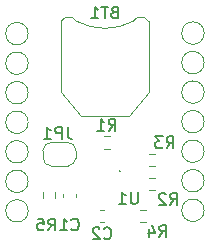
<source format=gbo>
%TF.GenerationSoftware,KiCad,Pcbnew,9.0.7-9.0.7~ubuntu24.04.1*%
%TF.CreationDate,2026-01-03T22:14:33+01:00*%
%TF.ProjectId,rtc_xiao_esp32s3,7274635f-7869-4616-9f5f-657370333273,1.0*%
%TF.SameCoordinates,Original*%
%TF.FileFunction,Legend,Bot*%
%TF.FilePolarity,Positive*%
%FSLAX46Y46*%
G04 Gerber Fmt 4.6, Leading zero omitted, Abs format (unit mm)*
G04 Created by KiCad (PCBNEW 9.0.7-9.0.7~ubuntu24.04.1) date 2026-01-03 22:14:33*
%MOMM*%
%LPD*%
G01*
G04 APERTURE LIST*
%ADD10C,0.150000*%
%ADD11C,0.100000*%
%ADD12C,0.120000*%
G04 APERTURE END LIST*
D10*
X127511904Y-111454819D02*
X127511904Y-112264342D01*
X127511904Y-112264342D02*
X127464285Y-112359580D01*
X127464285Y-112359580D02*
X127416666Y-112407200D01*
X127416666Y-112407200D02*
X127321428Y-112454819D01*
X127321428Y-112454819D02*
X127130952Y-112454819D01*
X127130952Y-112454819D02*
X127035714Y-112407200D01*
X127035714Y-112407200D02*
X126988095Y-112359580D01*
X126988095Y-112359580D02*
X126940476Y-112264342D01*
X126940476Y-112264342D02*
X126940476Y-111454819D01*
X125940476Y-112454819D02*
X126511904Y-112454819D01*
X126226190Y-112454819D02*
X126226190Y-111454819D01*
X126226190Y-111454819D02*
X126321428Y-111597676D01*
X126321428Y-111597676D02*
X126416666Y-111692914D01*
X126416666Y-111692914D02*
X126511904Y-111740533D01*
X125535714Y-96231009D02*
X125392857Y-96278628D01*
X125392857Y-96278628D02*
X125345238Y-96326247D01*
X125345238Y-96326247D02*
X125297619Y-96421485D01*
X125297619Y-96421485D02*
X125297619Y-96564342D01*
X125297619Y-96564342D02*
X125345238Y-96659580D01*
X125345238Y-96659580D02*
X125392857Y-96707200D01*
X125392857Y-96707200D02*
X125488095Y-96754819D01*
X125488095Y-96754819D02*
X125869047Y-96754819D01*
X125869047Y-96754819D02*
X125869047Y-95754819D01*
X125869047Y-95754819D02*
X125535714Y-95754819D01*
X125535714Y-95754819D02*
X125440476Y-95802438D01*
X125440476Y-95802438D02*
X125392857Y-95850057D01*
X125392857Y-95850057D02*
X125345238Y-95945295D01*
X125345238Y-95945295D02*
X125345238Y-96040533D01*
X125345238Y-96040533D02*
X125392857Y-96135771D01*
X125392857Y-96135771D02*
X125440476Y-96183390D01*
X125440476Y-96183390D02*
X125535714Y-96231009D01*
X125535714Y-96231009D02*
X125869047Y-96231009D01*
X125011904Y-95754819D02*
X124440476Y-95754819D01*
X124726190Y-96754819D02*
X124726190Y-95754819D01*
X123583333Y-96754819D02*
X124154761Y-96754819D01*
X123869047Y-96754819D02*
X123869047Y-95754819D01*
X123869047Y-95754819D02*
X123964285Y-95897676D01*
X123964285Y-95897676D02*
X124059523Y-95992914D01*
X124059523Y-95992914D02*
X124154761Y-96040533D01*
X129966666Y-107754819D02*
X130299999Y-107278628D01*
X130538094Y-107754819D02*
X130538094Y-106754819D01*
X130538094Y-106754819D02*
X130157142Y-106754819D01*
X130157142Y-106754819D02*
X130061904Y-106802438D01*
X130061904Y-106802438D02*
X130014285Y-106850057D01*
X130014285Y-106850057D02*
X129966666Y-106945295D01*
X129966666Y-106945295D02*
X129966666Y-107088152D01*
X129966666Y-107088152D02*
X130014285Y-107183390D01*
X130014285Y-107183390D02*
X130061904Y-107231009D01*
X130061904Y-107231009D02*
X130157142Y-107278628D01*
X130157142Y-107278628D02*
X130538094Y-107278628D01*
X129633332Y-106754819D02*
X129014285Y-106754819D01*
X129014285Y-106754819D02*
X129347618Y-107135771D01*
X129347618Y-107135771D02*
X129204761Y-107135771D01*
X129204761Y-107135771D02*
X129109523Y-107183390D01*
X129109523Y-107183390D02*
X129061904Y-107231009D01*
X129061904Y-107231009D02*
X129014285Y-107326247D01*
X129014285Y-107326247D02*
X129014285Y-107564342D01*
X129014285Y-107564342D02*
X129061904Y-107659580D01*
X129061904Y-107659580D02*
X129109523Y-107707200D01*
X129109523Y-107707200D02*
X129204761Y-107754819D01*
X129204761Y-107754819D02*
X129490475Y-107754819D01*
X129490475Y-107754819D02*
X129585713Y-107707200D01*
X129585713Y-107707200D02*
X129633332Y-107659580D01*
X124666666Y-115359580D02*
X124714285Y-115407200D01*
X124714285Y-115407200D02*
X124857142Y-115454819D01*
X124857142Y-115454819D02*
X124952380Y-115454819D01*
X124952380Y-115454819D02*
X125095237Y-115407200D01*
X125095237Y-115407200D02*
X125190475Y-115311961D01*
X125190475Y-115311961D02*
X125238094Y-115216723D01*
X125238094Y-115216723D02*
X125285713Y-115026247D01*
X125285713Y-115026247D02*
X125285713Y-114883390D01*
X125285713Y-114883390D02*
X125238094Y-114692914D01*
X125238094Y-114692914D02*
X125190475Y-114597676D01*
X125190475Y-114597676D02*
X125095237Y-114502438D01*
X125095237Y-114502438D02*
X124952380Y-114454819D01*
X124952380Y-114454819D02*
X124857142Y-114454819D01*
X124857142Y-114454819D02*
X124714285Y-114502438D01*
X124714285Y-114502438D02*
X124666666Y-114550057D01*
X124285713Y-114550057D02*
X124238094Y-114502438D01*
X124238094Y-114502438D02*
X124142856Y-114454819D01*
X124142856Y-114454819D02*
X123904761Y-114454819D01*
X123904761Y-114454819D02*
X123809523Y-114502438D01*
X123809523Y-114502438D02*
X123761904Y-114550057D01*
X123761904Y-114550057D02*
X123714285Y-114645295D01*
X123714285Y-114645295D02*
X123714285Y-114740533D01*
X123714285Y-114740533D02*
X123761904Y-114883390D01*
X123761904Y-114883390D02*
X124333332Y-115454819D01*
X124333332Y-115454819D02*
X123714285Y-115454819D01*
X130266666Y-112554819D02*
X130599999Y-112078628D01*
X130838094Y-112554819D02*
X130838094Y-111554819D01*
X130838094Y-111554819D02*
X130457142Y-111554819D01*
X130457142Y-111554819D02*
X130361904Y-111602438D01*
X130361904Y-111602438D02*
X130314285Y-111650057D01*
X130314285Y-111650057D02*
X130266666Y-111745295D01*
X130266666Y-111745295D02*
X130266666Y-111888152D01*
X130266666Y-111888152D02*
X130314285Y-111983390D01*
X130314285Y-111983390D02*
X130361904Y-112031009D01*
X130361904Y-112031009D02*
X130457142Y-112078628D01*
X130457142Y-112078628D02*
X130838094Y-112078628D01*
X129885713Y-111650057D02*
X129838094Y-111602438D01*
X129838094Y-111602438D02*
X129742856Y-111554819D01*
X129742856Y-111554819D02*
X129504761Y-111554819D01*
X129504761Y-111554819D02*
X129409523Y-111602438D01*
X129409523Y-111602438D02*
X129361904Y-111650057D01*
X129361904Y-111650057D02*
X129314285Y-111745295D01*
X129314285Y-111745295D02*
X129314285Y-111840533D01*
X129314285Y-111840533D02*
X129361904Y-111983390D01*
X129361904Y-111983390D02*
X129933332Y-112554819D01*
X129933332Y-112554819D02*
X129314285Y-112554819D01*
X119966666Y-114704819D02*
X120299999Y-114228628D01*
X120538094Y-114704819D02*
X120538094Y-113704819D01*
X120538094Y-113704819D02*
X120157142Y-113704819D01*
X120157142Y-113704819D02*
X120061904Y-113752438D01*
X120061904Y-113752438D02*
X120014285Y-113800057D01*
X120014285Y-113800057D02*
X119966666Y-113895295D01*
X119966666Y-113895295D02*
X119966666Y-114038152D01*
X119966666Y-114038152D02*
X120014285Y-114133390D01*
X120014285Y-114133390D02*
X120061904Y-114181009D01*
X120061904Y-114181009D02*
X120157142Y-114228628D01*
X120157142Y-114228628D02*
X120538094Y-114228628D01*
X119061904Y-113704819D02*
X119538094Y-113704819D01*
X119538094Y-113704819D02*
X119585713Y-114181009D01*
X119585713Y-114181009D02*
X119538094Y-114133390D01*
X119538094Y-114133390D02*
X119442856Y-114085771D01*
X119442856Y-114085771D02*
X119204761Y-114085771D01*
X119204761Y-114085771D02*
X119109523Y-114133390D01*
X119109523Y-114133390D02*
X119061904Y-114181009D01*
X119061904Y-114181009D02*
X119014285Y-114276247D01*
X119014285Y-114276247D02*
X119014285Y-114514342D01*
X119014285Y-114514342D02*
X119061904Y-114609580D01*
X119061904Y-114609580D02*
X119109523Y-114657200D01*
X119109523Y-114657200D02*
X119204761Y-114704819D01*
X119204761Y-114704819D02*
X119442856Y-114704819D01*
X119442856Y-114704819D02*
X119538094Y-114657200D01*
X119538094Y-114657200D02*
X119585713Y-114609580D01*
X121583333Y-105954819D02*
X121583333Y-106669104D01*
X121583333Y-106669104D02*
X121630952Y-106811961D01*
X121630952Y-106811961D02*
X121726190Y-106907200D01*
X121726190Y-106907200D02*
X121869047Y-106954819D01*
X121869047Y-106954819D02*
X121964285Y-106954819D01*
X121107142Y-106954819D02*
X121107142Y-105954819D01*
X121107142Y-105954819D02*
X120726190Y-105954819D01*
X120726190Y-105954819D02*
X120630952Y-106002438D01*
X120630952Y-106002438D02*
X120583333Y-106050057D01*
X120583333Y-106050057D02*
X120535714Y-106145295D01*
X120535714Y-106145295D02*
X120535714Y-106288152D01*
X120535714Y-106288152D02*
X120583333Y-106383390D01*
X120583333Y-106383390D02*
X120630952Y-106431009D01*
X120630952Y-106431009D02*
X120726190Y-106478628D01*
X120726190Y-106478628D02*
X121107142Y-106478628D01*
X119583333Y-106954819D02*
X120154761Y-106954819D01*
X119869047Y-106954819D02*
X119869047Y-105954819D01*
X119869047Y-105954819D02*
X119964285Y-106097676D01*
X119964285Y-106097676D02*
X120059523Y-106192914D01*
X120059523Y-106192914D02*
X120154761Y-106240533D01*
X125066666Y-106254819D02*
X125399999Y-105778628D01*
X125638094Y-106254819D02*
X125638094Y-105254819D01*
X125638094Y-105254819D02*
X125257142Y-105254819D01*
X125257142Y-105254819D02*
X125161904Y-105302438D01*
X125161904Y-105302438D02*
X125114285Y-105350057D01*
X125114285Y-105350057D02*
X125066666Y-105445295D01*
X125066666Y-105445295D02*
X125066666Y-105588152D01*
X125066666Y-105588152D02*
X125114285Y-105683390D01*
X125114285Y-105683390D02*
X125161904Y-105731009D01*
X125161904Y-105731009D02*
X125257142Y-105778628D01*
X125257142Y-105778628D02*
X125638094Y-105778628D01*
X124114285Y-106254819D02*
X124685713Y-106254819D01*
X124399999Y-106254819D02*
X124399999Y-105254819D01*
X124399999Y-105254819D02*
X124495237Y-105397676D01*
X124495237Y-105397676D02*
X124590475Y-105492914D01*
X124590475Y-105492914D02*
X124685713Y-105540533D01*
X121916666Y-114609580D02*
X121964285Y-114657200D01*
X121964285Y-114657200D02*
X122107142Y-114704819D01*
X122107142Y-114704819D02*
X122202380Y-114704819D01*
X122202380Y-114704819D02*
X122345237Y-114657200D01*
X122345237Y-114657200D02*
X122440475Y-114561961D01*
X122440475Y-114561961D02*
X122488094Y-114466723D01*
X122488094Y-114466723D02*
X122535713Y-114276247D01*
X122535713Y-114276247D02*
X122535713Y-114133390D01*
X122535713Y-114133390D02*
X122488094Y-113942914D01*
X122488094Y-113942914D02*
X122440475Y-113847676D01*
X122440475Y-113847676D02*
X122345237Y-113752438D01*
X122345237Y-113752438D02*
X122202380Y-113704819D01*
X122202380Y-113704819D02*
X122107142Y-113704819D01*
X122107142Y-113704819D02*
X121964285Y-113752438D01*
X121964285Y-113752438D02*
X121916666Y-113800057D01*
X120964285Y-114704819D02*
X121535713Y-114704819D01*
X121249999Y-114704819D02*
X121249999Y-113704819D01*
X121249999Y-113704819D02*
X121345237Y-113847676D01*
X121345237Y-113847676D02*
X121440475Y-113942914D01*
X121440475Y-113942914D02*
X121535713Y-113990533D01*
X129366666Y-115254819D02*
X129699999Y-114778628D01*
X129938094Y-115254819D02*
X129938094Y-114254819D01*
X129938094Y-114254819D02*
X129557142Y-114254819D01*
X129557142Y-114254819D02*
X129461904Y-114302438D01*
X129461904Y-114302438D02*
X129414285Y-114350057D01*
X129414285Y-114350057D02*
X129366666Y-114445295D01*
X129366666Y-114445295D02*
X129366666Y-114588152D01*
X129366666Y-114588152D02*
X129414285Y-114683390D01*
X129414285Y-114683390D02*
X129461904Y-114731009D01*
X129461904Y-114731009D02*
X129557142Y-114778628D01*
X129557142Y-114778628D02*
X129938094Y-114778628D01*
X128509523Y-114588152D02*
X128509523Y-115254819D01*
X128747618Y-114207200D02*
X128985713Y-114921485D01*
X128985713Y-114921485D02*
X128366666Y-114921485D01*
D11*
%TO.C,U1*%
X125950000Y-109670000D02*
G75*
G02*
X126050000Y-109670000I50000J0D01*
G01*
X126050000Y-109670000D02*
G75*
G02*
X125950000Y-109670000I-50000J0D01*
G01*
X125950000Y-109670000D02*
X125950000Y-109670000D01*
X126050000Y-109670000D02*
X126050000Y-109670000D01*
D12*
%TO.C,BT1*%
X121046277Y-97000000D02*
G75*
G02*
X122357373Y-97006028I653723J-400000D01*
G01*
X127150000Y-97000000D02*
G75*
G02*
X122358617Y-97004585I-2400000J4499997D01*
G01*
X127150000Y-97000000D02*
G75*
G02*
X128455648Y-97009327I650000J-400001D01*
G01*
X121050000Y-97000000D02*
X121050000Y-103000000D01*
X122750000Y-105000000D02*
X121050000Y-103000000D01*
X126750000Y-105000000D02*
X122750000Y-105000000D01*
X126750000Y-105000000D02*
X128450000Y-103000000D01*
X128450000Y-97000000D02*
X128450000Y-103000000D01*
%TO.C,J6*%
X133150000Y-113000000D02*
G75*
G02*
X131250000Y-113000000I-950000J0D01*
G01*
X131250000Y-113000000D02*
G75*
G02*
X133150000Y-113000000I950000J0D01*
G01*
%TO.C,J2*%
X118250000Y-108050000D02*
G75*
G02*
X116350000Y-108050000I-950000J0D01*
G01*
X116350000Y-108050000D02*
G75*
G02*
X118250000Y-108050000I950000J0D01*
G01*
X133150000Y-110500000D02*
G75*
G02*
X131250000Y-110500000I-950000J0D01*
G01*
X131250000Y-110500000D02*
G75*
G02*
X133150000Y-110500000I950000J0D01*
G01*
%TO.C,R3*%
X129004724Y-108227500D02*
X128495276Y-108227500D01*
X129004724Y-109272500D02*
X128495276Y-109272500D01*
%TO.C,J2*%
X118250000Y-105550000D02*
G75*
G02*
X116350000Y-105550000I-950000J0D01*
G01*
X116350000Y-105550000D02*
G75*
G02*
X118250000Y-105550000I950000J0D01*
G01*
%TO.C,C2*%
X124353733Y-114010000D02*
X124646267Y-114010000D01*
X124353733Y-112990000D02*
X124646267Y-112990000D01*
%TO.C,R2*%
X129004724Y-110227500D02*
X128495276Y-110227500D01*
X129004724Y-111272500D02*
X128495276Y-111272500D01*
%TO.C,J3*%
X133150000Y-100500000D02*
G75*
G02*
X131250000Y-100500000I-950000J0D01*
G01*
X131250000Y-100500000D02*
G75*
G02*
X133150000Y-100500000I950000J0D01*
G01*
%TO.C,J2*%
X133150000Y-98000000D02*
G75*
G02*
X131250000Y-98000000I-950000J0D01*
G01*
X131250000Y-98000000D02*
G75*
G02*
X133150000Y-98000000I950000J0D01*
G01*
%TO.C,R5*%
X120522500Y-112004724D02*
X120522500Y-111495276D01*
X119477500Y-112004724D02*
X119477500Y-111495276D01*
%TO.C,J2*%
X118250000Y-110550000D02*
G75*
G02*
X116350000Y-110550000I-950000J0D01*
G01*
X116350000Y-110550000D02*
G75*
G02*
X118250000Y-110550000I950000J0D01*
G01*
X118250000Y-103050000D02*
G75*
G02*
X116350000Y-103050000I-950000J0D01*
G01*
X116350000Y-103050000D02*
G75*
G02*
X118250000Y-103050000I950000J0D01*
G01*
%TO.C,JP1*%
X122300000Y-108550000D02*
X122300000Y-107950000D01*
X121600000Y-107250000D02*
X120200000Y-107250000D01*
X120200000Y-109250000D02*
X121600000Y-109250000D01*
X119500000Y-107950000D02*
X119500000Y-108550000D01*
X121600000Y-107250000D02*
G75*
G02*
X122300000Y-107950000I1J-699999D01*
G01*
X122300000Y-108550000D02*
G75*
G02*
X121600000Y-109250000I-699999J-1D01*
G01*
X119500000Y-107950000D02*
G75*
G02*
X120200000Y-107250000I700000J0D01*
G01*
X120200000Y-109250000D02*
G75*
G02*
X119500000Y-108550000I0J700000D01*
G01*
%TO.C,R1*%
X124657776Y-107772500D02*
X125167224Y-107772500D01*
X124657776Y-106727500D02*
X125167224Y-106727500D01*
%TO.C,J2*%
X118250000Y-100550000D02*
G75*
G02*
X116350000Y-100550000I-950000J0D01*
G01*
X116350000Y-100550000D02*
G75*
G02*
X118250000Y-100550000I950000J0D01*
G01*
X133150000Y-108000000D02*
G75*
G02*
X131250000Y-108000000I-950000J0D01*
G01*
X131250000Y-108000000D02*
G75*
G02*
X133150000Y-108000000I950000J0D01*
G01*
%TO.C,J1*%
X118250000Y-113050000D02*
G75*
G02*
X116350000Y-113050000I-950000J0D01*
G01*
X116350000Y-113050000D02*
G75*
G02*
X118250000Y-113050000I950000J0D01*
G01*
%TO.C,C1*%
X122260000Y-111896267D02*
X122260000Y-111603733D01*
X121240000Y-111896267D02*
X121240000Y-111603733D01*
%TO.C,J2*%
X118250000Y-98050000D02*
G75*
G02*
X116350000Y-98050000I-950000J0D01*
G01*
X116350000Y-98050000D02*
G75*
G02*
X118250000Y-98050000I950000J0D01*
G01*
%TO.C,J5*%
X133150000Y-105500000D02*
G75*
G02*
X131250000Y-105500000I-950000J0D01*
G01*
X131250000Y-105500000D02*
G75*
G02*
X133150000Y-105500000I950000J0D01*
G01*
%TO.C,R4*%
X127745276Y-114022500D02*
X128254724Y-114022500D01*
X127745276Y-112977500D02*
X128254724Y-112977500D01*
%TO.C,J4*%
X133150000Y-103000000D02*
G75*
G02*
X131250000Y-103000000I-950000J0D01*
G01*
X131250000Y-103000000D02*
G75*
G02*
X133150000Y-103000000I950000J0D01*
G01*
%TD*%
%LPC*%
G36*
X123940730Y-113025642D02*
G01*
X123990412Y-113031406D01*
X124007389Y-113038902D01*
X124028387Y-113043079D01*
X124050867Y-113058099D01*
X124071326Y-113067133D01*
X124085298Y-113081105D01*
X124105438Y-113094562D01*
X124118894Y-113114701D01*
X124132866Y-113128673D01*
X124141899Y-113149130D01*
X124156921Y-113171613D01*
X124161098Y-113192611D01*
X124168592Y-113209584D01*
X124174353Y-113259247D01*
X124175000Y-113262500D01*
X124175000Y-113737500D01*
X124174354Y-113740742D01*
X124168593Y-113790412D01*
X124161098Y-113807385D01*
X124156921Y-113828387D01*
X124141897Y-113850871D01*
X124132866Y-113871326D01*
X124118896Y-113885295D01*
X124105438Y-113905438D01*
X124085295Y-113918896D01*
X124071326Y-113932866D01*
X124050871Y-113941897D01*
X124028387Y-113956921D01*
X124007386Y-113961098D01*
X123990415Y-113968592D01*
X123940753Y-113974352D01*
X123937500Y-113975000D01*
X123337500Y-113975000D01*
X123334258Y-113974355D01*
X123284587Y-113968593D01*
X123267613Y-113961098D01*
X123246613Y-113956921D01*
X123224130Y-113941898D01*
X123203673Y-113932866D01*
X123189701Y-113918894D01*
X123169562Y-113905438D01*
X123156105Y-113885298D01*
X123142133Y-113871326D01*
X123133099Y-113850866D01*
X123118079Y-113828387D01*
X123113902Y-113807390D01*
X123106407Y-113790415D01*
X123100644Y-113740741D01*
X123100000Y-113737500D01*
X123100000Y-113262500D01*
X123100642Y-113259270D01*
X123106406Y-113209587D01*
X123113902Y-113192608D01*
X123118079Y-113171613D01*
X123133098Y-113149134D01*
X123142133Y-113128673D01*
X123156107Y-113114698D01*
X123169562Y-113094562D01*
X123189698Y-113081107D01*
X123203673Y-113067133D01*
X123224135Y-113058098D01*
X123246613Y-113043079D01*
X123267607Y-113038902D01*
X123284584Y-113031407D01*
X123334259Y-113025644D01*
X123337500Y-113025000D01*
X123937500Y-113025000D01*
X123940730Y-113025642D01*
G37*
G36*
X125665730Y-113025642D02*
G01*
X125715412Y-113031406D01*
X125732389Y-113038902D01*
X125753387Y-113043079D01*
X125775867Y-113058099D01*
X125796326Y-113067133D01*
X125810298Y-113081105D01*
X125830438Y-113094562D01*
X125843894Y-113114701D01*
X125857866Y-113128673D01*
X125866899Y-113149130D01*
X125881921Y-113171613D01*
X125886098Y-113192611D01*
X125893592Y-113209584D01*
X125899353Y-113259247D01*
X125900000Y-113262500D01*
X125900000Y-113737500D01*
X125899354Y-113740742D01*
X125893593Y-113790412D01*
X125886098Y-113807385D01*
X125881921Y-113828387D01*
X125866897Y-113850871D01*
X125857866Y-113871326D01*
X125843896Y-113885295D01*
X125830438Y-113905438D01*
X125810295Y-113918896D01*
X125796326Y-113932866D01*
X125775871Y-113941897D01*
X125753387Y-113956921D01*
X125732386Y-113961098D01*
X125715415Y-113968592D01*
X125665753Y-113974352D01*
X125662500Y-113975000D01*
X125062500Y-113975000D01*
X125059258Y-113974355D01*
X125009587Y-113968593D01*
X124992613Y-113961098D01*
X124971613Y-113956921D01*
X124949130Y-113941898D01*
X124928673Y-113932866D01*
X124914701Y-113918894D01*
X124894562Y-113905438D01*
X124881105Y-113885298D01*
X124867133Y-113871326D01*
X124858099Y-113850866D01*
X124843079Y-113828387D01*
X124838902Y-113807390D01*
X124831407Y-113790415D01*
X124825644Y-113740741D01*
X124825000Y-113737500D01*
X124825000Y-113262500D01*
X124825642Y-113259270D01*
X124831406Y-113209587D01*
X124838902Y-113192608D01*
X124843079Y-113171613D01*
X124858098Y-113149134D01*
X124867133Y-113128673D01*
X124881107Y-113114698D01*
X124894562Y-113094562D01*
X124914698Y-113081107D01*
X124928673Y-113067133D01*
X124949135Y-113058098D01*
X124971613Y-113043079D01*
X124992607Y-113038902D01*
X125009584Y-113031407D01*
X125059259Y-113025644D01*
X125062500Y-113025000D01*
X125662500Y-113025000D01*
X125665730Y-113025642D01*
G37*
G36*
X127340730Y-113025642D02*
G01*
X127390412Y-113031406D01*
X127407389Y-113038902D01*
X127428387Y-113043079D01*
X127450867Y-113058099D01*
X127471326Y-113067133D01*
X127485298Y-113081105D01*
X127505438Y-113094562D01*
X127518894Y-113114701D01*
X127532866Y-113128673D01*
X127541899Y-113149130D01*
X127556921Y-113171613D01*
X127561098Y-113192611D01*
X127568592Y-113209584D01*
X127574353Y-113259247D01*
X127575000Y-113262500D01*
X127575000Y-113737500D01*
X127574354Y-113740742D01*
X127568593Y-113790412D01*
X127561098Y-113807385D01*
X127556921Y-113828387D01*
X127541897Y-113850871D01*
X127532866Y-113871326D01*
X127518896Y-113885295D01*
X127505438Y-113905438D01*
X127485295Y-113918896D01*
X127471326Y-113932866D01*
X127450871Y-113941897D01*
X127428387Y-113956921D01*
X127407386Y-113961098D01*
X127390415Y-113968592D01*
X127340753Y-113974352D01*
X127337500Y-113975000D01*
X126837500Y-113975000D01*
X126834258Y-113974355D01*
X126784587Y-113968593D01*
X126767613Y-113961098D01*
X126746613Y-113956921D01*
X126724130Y-113941898D01*
X126703673Y-113932866D01*
X126689701Y-113918894D01*
X126669562Y-113905438D01*
X126656105Y-113885298D01*
X126642133Y-113871326D01*
X126633099Y-113850866D01*
X126618079Y-113828387D01*
X126613902Y-113807390D01*
X126606407Y-113790415D01*
X126600644Y-113740741D01*
X126600000Y-113737500D01*
X126600000Y-113262500D01*
X126600642Y-113259270D01*
X126606406Y-113209587D01*
X126613902Y-113192608D01*
X126618079Y-113171613D01*
X126633098Y-113149134D01*
X126642133Y-113128673D01*
X126656107Y-113114698D01*
X126669562Y-113094562D01*
X126689698Y-113081107D01*
X126703673Y-113067133D01*
X126724135Y-113058098D01*
X126746613Y-113043079D01*
X126767607Y-113038902D01*
X126784584Y-113031407D01*
X126834259Y-113025644D01*
X126837500Y-113025000D01*
X127337500Y-113025000D01*
X127340730Y-113025642D01*
G37*
G36*
X129165730Y-113025642D02*
G01*
X129215412Y-113031406D01*
X129232389Y-113038902D01*
X129253387Y-113043079D01*
X129275867Y-113058099D01*
X129296326Y-113067133D01*
X129310298Y-113081105D01*
X129330438Y-113094562D01*
X129343894Y-113114701D01*
X129357866Y-113128673D01*
X129366899Y-113149130D01*
X129381921Y-113171613D01*
X129386098Y-113192611D01*
X129393592Y-113209584D01*
X129399353Y-113259247D01*
X129400000Y-113262500D01*
X129400000Y-113737500D01*
X129399354Y-113740742D01*
X129393593Y-113790412D01*
X129386098Y-113807385D01*
X129381921Y-113828387D01*
X129366897Y-113850871D01*
X129357866Y-113871326D01*
X129343896Y-113885295D01*
X129330438Y-113905438D01*
X129310295Y-113918896D01*
X129296326Y-113932866D01*
X129275871Y-113941897D01*
X129253387Y-113956921D01*
X129232386Y-113961098D01*
X129215415Y-113968592D01*
X129165753Y-113974352D01*
X129162500Y-113975000D01*
X128662500Y-113975000D01*
X128659258Y-113974355D01*
X128609587Y-113968593D01*
X128592613Y-113961098D01*
X128571613Y-113956921D01*
X128549130Y-113941898D01*
X128528673Y-113932866D01*
X128514701Y-113918894D01*
X128494562Y-113905438D01*
X128481105Y-113885298D01*
X128467133Y-113871326D01*
X128458099Y-113850866D01*
X128443079Y-113828387D01*
X128438902Y-113807390D01*
X128431407Y-113790415D01*
X128425644Y-113740741D01*
X128425000Y-113737500D01*
X128425000Y-113262500D01*
X128425642Y-113259270D01*
X128431406Y-113209587D01*
X128438902Y-113192608D01*
X128443079Y-113171613D01*
X128458098Y-113149134D01*
X128467133Y-113128673D01*
X128481107Y-113114698D01*
X128494562Y-113094562D01*
X128514698Y-113081107D01*
X128528673Y-113067133D01*
X128549135Y-113058098D01*
X128571613Y-113043079D01*
X128592607Y-113038902D01*
X128609584Y-113031407D01*
X128659259Y-113025644D01*
X128662500Y-113025000D01*
X129162500Y-113025000D01*
X129165730Y-113025642D01*
G37*
G36*
X117517714Y-112332295D02*
G01*
X117653548Y-112388559D01*
X117775795Y-112470242D01*
X117879758Y-112574205D01*
X117961441Y-112696452D01*
X118017705Y-112832286D01*
X118046389Y-112976487D01*
X118046389Y-113123513D01*
X118017705Y-113267714D01*
X117961441Y-113403548D01*
X117879758Y-113525795D01*
X117775795Y-113629758D01*
X117653548Y-113711441D01*
X117517714Y-113767705D01*
X117373513Y-113796389D01*
X117226487Y-113796389D01*
X117082286Y-113767705D01*
X116946452Y-113711441D01*
X116824205Y-113629758D01*
X116720242Y-113525795D01*
X116638559Y-113403548D01*
X116582295Y-113267714D01*
X116553611Y-113123513D01*
X116553611Y-112976487D01*
X116582295Y-112832286D01*
X116638559Y-112696452D01*
X116720242Y-112574205D01*
X116824205Y-112470242D01*
X116946452Y-112388559D01*
X117082286Y-112332295D01*
X117226487Y-112303611D01*
X117373513Y-112303611D01*
X117517714Y-112332295D01*
G37*
G36*
X132417714Y-112282295D02*
G01*
X132553548Y-112338559D01*
X132675795Y-112420242D01*
X132779758Y-112524205D01*
X132861441Y-112646452D01*
X132917705Y-112782286D01*
X132946389Y-112926487D01*
X132946389Y-113073513D01*
X132917705Y-113217714D01*
X132861441Y-113353548D01*
X132779758Y-113475795D01*
X132675795Y-113579758D01*
X132553548Y-113661441D01*
X132417714Y-113717705D01*
X132273513Y-113746389D01*
X132126487Y-113746389D01*
X131982286Y-113717705D01*
X131846452Y-113661441D01*
X131724205Y-113579758D01*
X131620242Y-113475795D01*
X131538559Y-113353548D01*
X131482295Y-113217714D01*
X131453611Y-113073513D01*
X131453611Y-112926487D01*
X131482295Y-112782286D01*
X131538559Y-112646452D01*
X131620242Y-112524205D01*
X131724205Y-112420242D01*
X131846452Y-112338559D01*
X131982286Y-112282295D01*
X132126487Y-112253611D01*
X132273513Y-112253611D01*
X132417714Y-112282295D01*
G37*
G36*
X120240730Y-112175642D02*
G01*
X120290412Y-112181406D01*
X120307389Y-112188902D01*
X120328387Y-112193079D01*
X120350867Y-112208099D01*
X120371326Y-112217133D01*
X120385298Y-112231105D01*
X120405438Y-112244562D01*
X120418894Y-112264701D01*
X120432866Y-112278673D01*
X120441899Y-112299130D01*
X120456921Y-112321613D01*
X120461098Y-112342611D01*
X120468592Y-112359584D01*
X120474353Y-112409247D01*
X120475000Y-112412500D01*
X120475000Y-112912500D01*
X120474354Y-112915742D01*
X120468593Y-112965412D01*
X120461098Y-112982385D01*
X120456921Y-113003387D01*
X120441897Y-113025871D01*
X120432866Y-113046326D01*
X120418896Y-113060295D01*
X120405438Y-113080438D01*
X120385295Y-113093896D01*
X120371326Y-113107866D01*
X120350871Y-113116897D01*
X120328387Y-113131921D01*
X120307386Y-113136098D01*
X120290415Y-113143592D01*
X120240753Y-113149352D01*
X120237500Y-113150000D01*
X119762500Y-113150000D01*
X119759258Y-113149355D01*
X119709587Y-113143593D01*
X119692613Y-113136098D01*
X119671613Y-113131921D01*
X119649130Y-113116898D01*
X119628673Y-113107866D01*
X119614701Y-113093894D01*
X119594562Y-113080438D01*
X119581105Y-113060298D01*
X119567133Y-113046326D01*
X119558099Y-113025866D01*
X119543079Y-113003387D01*
X119538902Y-112982390D01*
X119531407Y-112965415D01*
X119525644Y-112915741D01*
X119525000Y-112912500D01*
X119525000Y-112412500D01*
X119525642Y-112409270D01*
X119531406Y-112359587D01*
X119538902Y-112342608D01*
X119543079Y-112321613D01*
X119558098Y-112299134D01*
X119567133Y-112278673D01*
X119581107Y-112264698D01*
X119594562Y-112244562D01*
X119614698Y-112231107D01*
X119628673Y-112217133D01*
X119649135Y-112208098D01*
X119671613Y-112193079D01*
X119692607Y-112188902D01*
X119709584Y-112181407D01*
X119759259Y-112175644D01*
X119762500Y-112175000D01*
X120237500Y-112175000D01*
X120240730Y-112175642D01*
G37*
G36*
X121990730Y-112075642D02*
G01*
X122040412Y-112081406D01*
X122057389Y-112088902D01*
X122078387Y-112093079D01*
X122100867Y-112108099D01*
X122121326Y-112117133D01*
X122135298Y-112131105D01*
X122155438Y-112144562D01*
X122168894Y-112164701D01*
X122182866Y-112178673D01*
X122191899Y-112199130D01*
X122206921Y-112221613D01*
X122211098Y-112242611D01*
X122218592Y-112259584D01*
X122224353Y-112309247D01*
X122225000Y-112312500D01*
X122225000Y-112912500D01*
X122224354Y-112915742D01*
X122218593Y-112965412D01*
X122211098Y-112982385D01*
X122206921Y-113003387D01*
X122191897Y-113025871D01*
X122182866Y-113046326D01*
X122168896Y-113060295D01*
X122155438Y-113080438D01*
X122135295Y-113093896D01*
X122121326Y-113107866D01*
X122100871Y-113116897D01*
X122078387Y-113131921D01*
X122057386Y-113136098D01*
X122040415Y-113143592D01*
X121990753Y-113149352D01*
X121987500Y-113150000D01*
X121512500Y-113150000D01*
X121509258Y-113149355D01*
X121459587Y-113143593D01*
X121442613Y-113136098D01*
X121421613Y-113131921D01*
X121399130Y-113116898D01*
X121378673Y-113107866D01*
X121364701Y-113093894D01*
X121344562Y-113080438D01*
X121331105Y-113060298D01*
X121317133Y-113046326D01*
X121308099Y-113025866D01*
X121293079Y-113003387D01*
X121288902Y-112982390D01*
X121281407Y-112965415D01*
X121275644Y-112915741D01*
X121275000Y-112912500D01*
X121275000Y-112312500D01*
X121275642Y-112309270D01*
X121281406Y-112259587D01*
X121288902Y-112242608D01*
X121293079Y-112221613D01*
X121308098Y-112199134D01*
X121317133Y-112178673D01*
X121331107Y-112164698D01*
X121344562Y-112144562D01*
X121364698Y-112131107D01*
X121378673Y-112117133D01*
X121399135Y-112108098D01*
X121421613Y-112093079D01*
X121442607Y-112088902D01*
X121459584Y-112081407D01*
X121509259Y-112075644D01*
X121512500Y-112075000D01*
X121987500Y-112075000D01*
X121990730Y-112075642D01*
G37*
G36*
X121990730Y-110350642D02*
G01*
X122040412Y-110356406D01*
X122057389Y-110363902D01*
X122078387Y-110368079D01*
X122100867Y-110383099D01*
X122121326Y-110392133D01*
X122135298Y-110406105D01*
X122155438Y-110419562D01*
X122168894Y-110439701D01*
X122182866Y-110453673D01*
X122191899Y-110474130D01*
X122206921Y-110496613D01*
X122211098Y-110517611D01*
X122218592Y-110534584D01*
X122224353Y-110584247D01*
X122225000Y-110587500D01*
X122225000Y-111187500D01*
X122224354Y-111190742D01*
X122218593Y-111240412D01*
X122211098Y-111257385D01*
X122206921Y-111278387D01*
X122191897Y-111300871D01*
X122182866Y-111321326D01*
X122168896Y-111335295D01*
X122155438Y-111355438D01*
X122135295Y-111368896D01*
X122121326Y-111382866D01*
X122100871Y-111391897D01*
X122078387Y-111406921D01*
X122057386Y-111411098D01*
X122040415Y-111418592D01*
X121990753Y-111424352D01*
X121987500Y-111425000D01*
X121512500Y-111425000D01*
X121509258Y-111424355D01*
X121459587Y-111418593D01*
X121442613Y-111411098D01*
X121421613Y-111406921D01*
X121399130Y-111391898D01*
X121378673Y-111382866D01*
X121364701Y-111368894D01*
X121344562Y-111355438D01*
X121331105Y-111335298D01*
X121317133Y-111321326D01*
X121308099Y-111300866D01*
X121293079Y-111278387D01*
X121288902Y-111257390D01*
X121281407Y-111240415D01*
X121275644Y-111190741D01*
X121275000Y-111187500D01*
X121275000Y-110587500D01*
X121275642Y-110584270D01*
X121281406Y-110534587D01*
X121288902Y-110517608D01*
X121293079Y-110496613D01*
X121308098Y-110474134D01*
X121317133Y-110453673D01*
X121331107Y-110439698D01*
X121344562Y-110419562D01*
X121364698Y-110406107D01*
X121378673Y-110392133D01*
X121399135Y-110383098D01*
X121421613Y-110368079D01*
X121442607Y-110363902D01*
X121459584Y-110356407D01*
X121509259Y-110350644D01*
X121512500Y-110350000D01*
X121987500Y-110350000D01*
X121990730Y-110350642D01*
G37*
G36*
X124600000Y-111425000D02*
G01*
X123900000Y-111425000D01*
X123900000Y-111155000D01*
X124600000Y-111155000D01*
X124600000Y-111425000D01*
G37*
G36*
X125600000Y-111425000D02*
G01*
X124900000Y-111425000D01*
X124900000Y-111155000D01*
X125600000Y-111155000D01*
X125600000Y-111425000D01*
G37*
G36*
X120240730Y-110350642D02*
G01*
X120290412Y-110356406D01*
X120307389Y-110363902D01*
X120328387Y-110368079D01*
X120350867Y-110383099D01*
X120371326Y-110392133D01*
X120385298Y-110406105D01*
X120405438Y-110419562D01*
X120418894Y-110439701D01*
X120432866Y-110453673D01*
X120441899Y-110474130D01*
X120456921Y-110496613D01*
X120461098Y-110517611D01*
X120468592Y-110534584D01*
X120474353Y-110584247D01*
X120475000Y-110587500D01*
X120475000Y-111087500D01*
X120474354Y-111090742D01*
X120468593Y-111140412D01*
X120461098Y-111157385D01*
X120456921Y-111178387D01*
X120441897Y-111200871D01*
X120432866Y-111221326D01*
X120418896Y-111235295D01*
X120405438Y-111255438D01*
X120385295Y-111268896D01*
X120371326Y-111282866D01*
X120350871Y-111291897D01*
X120328387Y-111306921D01*
X120307386Y-111311098D01*
X120290415Y-111318592D01*
X120240753Y-111324352D01*
X120237500Y-111325000D01*
X119762500Y-111325000D01*
X119759258Y-111324355D01*
X119709587Y-111318593D01*
X119692613Y-111311098D01*
X119671613Y-111306921D01*
X119649130Y-111291898D01*
X119628673Y-111282866D01*
X119614701Y-111268894D01*
X119594562Y-111255438D01*
X119581105Y-111235298D01*
X119567133Y-111221326D01*
X119558099Y-111200866D01*
X119543079Y-111178387D01*
X119538902Y-111157390D01*
X119531407Y-111140415D01*
X119525644Y-111090741D01*
X119525000Y-111087500D01*
X119525000Y-110587500D01*
X119525642Y-110584270D01*
X119531406Y-110534587D01*
X119538902Y-110517608D01*
X119543079Y-110496613D01*
X119558098Y-110474134D01*
X119567133Y-110453673D01*
X119581107Y-110439698D01*
X119594562Y-110419562D01*
X119614698Y-110406107D01*
X119628673Y-110392133D01*
X119649135Y-110383098D01*
X119671613Y-110368079D01*
X119692607Y-110363902D01*
X119709584Y-110356407D01*
X119759259Y-110350644D01*
X119762500Y-110350000D01*
X120237500Y-110350000D01*
X120240730Y-110350642D01*
G37*
G36*
X117517714Y-109832295D02*
G01*
X117653548Y-109888559D01*
X117775795Y-109970242D01*
X117879758Y-110074205D01*
X117961441Y-110196452D01*
X118017705Y-110332286D01*
X118046389Y-110476487D01*
X118046389Y-110623513D01*
X118017705Y-110767714D01*
X117961441Y-110903548D01*
X117879758Y-111025795D01*
X117775795Y-111129758D01*
X117653548Y-111211441D01*
X117517714Y-111267705D01*
X117373513Y-111296389D01*
X117226487Y-111296389D01*
X117082286Y-111267705D01*
X116946452Y-111211441D01*
X116824205Y-111129758D01*
X116720242Y-111025795D01*
X116638559Y-110903548D01*
X116582295Y-110767714D01*
X116553611Y-110623513D01*
X116553611Y-110476487D01*
X116582295Y-110332286D01*
X116638559Y-110196452D01*
X116720242Y-110074205D01*
X116824205Y-109970242D01*
X116946452Y-109888559D01*
X117082286Y-109832295D01*
X117226487Y-109803611D01*
X117373513Y-109803611D01*
X117517714Y-109832295D01*
G37*
G36*
X132417714Y-109782295D02*
G01*
X132553548Y-109838559D01*
X132675795Y-109920242D01*
X132779758Y-110024205D01*
X132861441Y-110146452D01*
X132917705Y-110282286D01*
X132946389Y-110426487D01*
X132946389Y-110573513D01*
X132917705Y-110717714D01*
X132861441Y-110853548D01*
X132779758Y-110975795D01*
X132675795Y-111079758D01*
X132553548Y-111161441D01*
X132417714Y-111217705D01*
X132273513Y-111246389D01*
X132126487Y-111246389D01*
X131982286Y-111217705D01*
X131846452Y-111161441D01*
X131724205Y-111079758D01*
X131620242Y-110975795D01*
X131538559Y-110853548D01*
X131482295Y-110717714D01*
X131453611Y-110573513D01*
X131453611Y-110426487D01*
X131482295Y-110282286D01*
X131538559Y-110146452D01*
X131620242Y-110024205D01*
X131724205Y-109920242D01*
X131846452Y-109838559D01*
X131982286Y-109782295D01*
X132126487Y-109753611D01*
X132273513Y-109753611D01*
X132417714Y-109782295D01*
G37*
G36*
X128090730Y-110275642D02*
G01*
X128140412Y-110281406D01*
X128157389Y-110288902D01*
X128178387Y-110293079D01*
X128200867Y-110308099D01*
X128221326Y-110317133D01*
X128235298Y-110331105D01*
X128255438Y-110344562D01*
X128268894Y-110364701D01*
X128282866Y-110378673D01*
X128291899Y-110399130D01*
X128306921Y-110421613D01*
X128311098Y-110442611D01*
X128318592Y-110459584D01*
X128324353Y-110509247D01*
X128325000Y-110512500D01*
X128325000Y-110987500D01*
X128324354Y-110990742D01*
X128318593Y-111040412D01*
X128311098Y-111057385D01*
X128306921Y-111078387D01*
X128291897Y-111100871D01*
X128282866Y-111121326D01*
X128268896Y-111135295D01*
X128255438Y-111155438D01*
X128235295Y-111168896D01*
X128221326Y-111182866D01*
X128200871Y-111191897D01*
X128178387Y-111206921D01*
X128157386Y-111211098D01*
X128140415Y-111218592D01*
X128090753Y-111224352D01*
X128087500Y-111225000D01*
X127587500Y-111225000D01*
X127584258Y-111224355D01*
X127534587Y-111218593D01*
X127517613Y-111211098D01*
X127496613Y-111206921D01*
X127474130Y-111191898D01*
X127453673Y-111182866D01*
X127439701Y-111168894D01*
X127419562Y-111155438D01*
X127406105Y-111135298D01*
X127392133Y-111121326D01*
X127383099Y-111100866D01*
X127368079Y-111078387D01*
X127363902Y-111057390D01*
X127356407Y-111040415D01*
X127350644Y-110990741D01*
X127350000Y-110987500D01*
X127350000Y-110512500D01*
X127350642Y-110509270D01*
X127356406Y-110459587D01*
X127363902Y-110442608D01*
X127368079Y-110421613D01*
X127383098Y-110399134D01*
X127392133Y-110378673D01*
X127406107Y-110364698D01*
X127419562Y-110344562D01*
X127439698Y-110331107D01*
X127453673Y-110317133D01*
X127474135Y-110308098D01*
X127496613Y-110293079D01*
X127517607Y-110288902D01*
X127534584Y-110281407D01*
X127584259Y-110275644D01*
X127587500Y-110275000D01*
X128087500Y-110275000D01*
X128090730Y-110275642D01*
G37*
G36*
X129915730Y-110275642D02*
G01*
X129965412Y-110281406D01*
X129982389Y-110288902D01*
X130003387Y-110293079D01*
X130025867Y-110308099D01*
X130046326Y-110317133D01*
X130060298Y-110331105D01*
X130080438Y-110344562D01*
X130093894Y-110364701D01*
X130107866Y-110378673D01*
X130116899Y-110399130D01*
X130131921Y-110421613D01*
X130136098Y-110442611D01*
X130143592Y-110459584D01*
X130149353Y-110509247D01*
X130150000Y-110512500D01*
X130150000Y-110987500D01*
X130149354Y-110990742D01*
X130143593Y-111040412D01*
X130136098Y-111057385D01*
X130131921Y-111078387D01*
X130116897Y-111100871D01*
X130107866Y-111121326D01*
X130093896Y-111135295D01*
X130080438Y-111155438D01*
X130060295Y-111168896D01*
X130046326Y-111182866D01*
X130025871Y-111191897D01*
X130003387Y-111206921D01*
X129982386Y-111211098D01*
X129965415Y-111218592D01*
X129915753Y-111224352D01*
X129912500Y-111225000D01*
X129412500Y-111225000D01*
X129409258Y-111224355D01*
X129359587Y-111218593D01*
X129342613Y-111211098D01*
X129321613Y-111206921D01*
X129299130Y-111191898D01*
X129278673Y-111182866D01*
X129264701Y-111168894D01*
X129244562Y-111155438D01*
X129231105Y-111135298D01*
X129217133Y-111121326D01*
X129208099Y-111100866D01*
X129193079Y-111078387D01*
X129188902Y-111057390D01*
X129181407Y-111040415D01*
X129175644Y-110990741D01*
X129175000Y-110987500D01*
X129175000Y-110512500D01*
X129175642Y-110509270D01*
X129181406Y-110459587D01*
X129188902Y-110442608D01*
X129193079Y-110421613D01*
X129208098Y-110399134D01*
X129217133Y-110378673D01*
X129231107Y-110364698D01*
X129244562Y-110344562D01*
X129264698Y-110331107D01*
X129278673Y-110317133D01*
X129299135Y-110308098D01*
X129321613Y-110293079D01*
X129342607Y-110288902D01*
X129359584Y-110281407D01*
X129409259Y-110275644D01*
X129412500Y-110275000D01*
X129912500Y-110275000D01*
X129915730Y-110275642D01*
G37*
G36*
X124600000Y-110885000D02*
G01*
X123900000Y-110885000D01*
X123900000Y-110615000D01*
X124600000Y-110615000D01*
X124600000Y-110885000D01*
G37*
G36*
X125600000Y-110885000D02*
G01*
X124900000Y-110885000D01*
X124900000Y-110615000D01*
X125600000Y-110615000D01*
X125600000Y-110885000D01*
G37*
G36*
X124600000Y-110345000D02*
G01*
X123900000Y-110345000D01*
X123900000Y-110075000D01*
X124600000Y-110075000D01*
X124600000Y-110345000D01*
G37*
G36*
X125600000Y-110345000D02*
G01*
X124900000Y-110345000D01*
X124900000Y-110075000D01*
X125600000Y-110075000D01*
X125600000Y-110345000D01*
G37*
G36*
X124600000Y-109805000D02*
G01*
X123900000Y-109805000D01*
X123900000Y-109535000D01*
X124600000Y-109535000D01*
X124600000Y-109805000D01*
G37*
G36*
X125600000Y-109805000D02*
G01*
X124900000Y-109805000D01*
X124900000Y-109535000D01*
X125600000Y-109535000D01*
X125600000Y-109805000D01*
G37*
G36*
X128090730Y-108275642D02*
G01*
X128140412Y-108281406D01*
X128157389Y-108288902D01*
X128178387Y-108293079D01*
X128200867Y-108308099D01*
X128221326Y-108317133D01*
X128235298Y-108331105D01*
X128255438Y-108344562D01*
X128268894Y-108364701D01*
X128282866Y-108378673D01*
X128291899Y-108399130D01*
X128306921Y-108421613D01*
X128311098Y-108442611D01*
X128318592Y-108459584D01*
X128324353Y-108509247D01*
X128325000Y-108512500D01*
X128325000Y-108987500D01*
X128324354Y-108990742D01*
X128318593Y-109040412D01*
X128311098Y-109057385D01*
X128306921Y-109078387D01*
X128291897Y-109100871D01*
X128282866Y-109121326D01*
X128268896Y-109135295D01*
X128255438Y-109155438D01*
X128235295Y-109168896D01*
X128221326Y-109182866D01*
X128200871Y-109191897D01*
X128178387Y-109206921D01*
X128157386Y-109211098D01*
X128140415Y-109218592D01*
X128090753Y-109224352D01*
X128087500Y-109225000D01*
X127587500Y-109225000D01*
X127584258Y-109224355D01*
X127534587Y-109218593D01*
X127517613Y-109211098D01*
X127496613Y-109206921D01*
X127474130Y-109191898D01*
X127453673Y-109182866D01*
X127439701Y-109168894D01*
X127419562Y-109155438D01*
X127406105Y-109135298D01*
X127392133Y-109121326D01*
X127383099Y-109100866D01*
X127368079Y-109078387D01*
X127363902Y-109057390D01*
X127356407Y-109040415D01*
X127350644Y-108990741D01*
X127350000Y-108987500D01*
X127350000Y-108512500D01*
X127350642Y-108509270D01*
X127356406Y-108459587D01*
X127363902Y-108442608D01*
X127368079Y-108421613D01*
X127383098Y-108399134D01*
X127392133Y-108378673D01*
X127406107Y-108364698D01*
X127419562Y-108344562D01*
X127439698Y-108331107D01*
X127453673Y-108317133D01*
X127474135Y-108308098D01*
X127496613Y-108293079D01*
X127517607Y-108288902D01*
X127534584Y-108281407D01*
X127584259Y-108275644D01*
X127587500Y-108275000D01*
X128087500Y-108275000D01*
X128090730Y-108275642D01*
G37*
G36*
X129915730Y-108275642D02*
G01*
X129965412Y-108281406D01*
X129982389Y-108288902D01*
X130003387Y-108293079D01*
X130025867Y-108308099D01*
X130046326Y-108317133D01*
X130060298Y-108331105D01*
X130080438Y-108344562D01*
X130093894Y-108364701D01*
X130107866Y-108378673D01*
X130116899Y-108399130D01*
X130131921Y-108421613D01*
X130136098Y-108442611D01*
X130143592Y-108459584D01*
X130149353Y-108509247D01*
X130150000Y-108512500D01*
X130150000Y-108987500D01*
X130149354Y-108990742D01*
X130143593Y-109040412D01*
X130136098Y-109057385D01*
X130131921Y-109078387D01*
X130116897Y-109100871D01*
X130107866Y-109121326D01*
X130093896Y-109135295D01*
X130080438Y-109155438D01*
X130060295Y-109168896D01*
X130046326Y-109182866D01*
X130025871Y-109191897D01*
X130003387Y-109206921D01*
X129982386Y-109211098D01*
X129965415Y-109218592D01*
X129915753Y-109224352D01*
X129912500Y-109225000D01*
X129412500Y-109225000D01*
X129409258Y-109224355D01*
X129359587Y-109218593D01*
X129342613Y-109211098D01*
X129321613Y-109206921D01*
X129299130Y-109191898D01*
X129278673Y-109182866D01*
X129264701Y-109168894D01*
X129244562Y-109155438D01*
X129231105Y-109135298D01*
X129217133Y-109121326D01*
X129208099Y-109100866D01*
X129193079Y-109078387D01*
X129188902Y-109057390D01*
X129181407Y-109040415D01*
X129175644Y-108990741D01*
X129175000Y-108987500D01*
X129175000Y-108512500D01*
X129175642Y-108509270D01*
X129181406Y-108459587D01*
X129188902Y-108442608D01*
X129193079Y-108421613D01*
X129208098Y-108399134D01*
X129217133Y-108378673D01*
X129231107Y-108364698D01*
X129244562Y-108344562D01*
X129264698Y-108331107D01*
X129278673Y-108317133D01*
X129299135Y-108308098D01*
X129321613Y-108293079D01*
X129342607Y-108288902D01*
X129359584Y-108281407D01*
X129409259Y-108275644D01*
X129412500Y-108275000D01*
X129912500Y-108275000D01*
X129915730Y-108275642D01*
G37*
G36*
X120753536Y-107496464D02*
G01*
X120754719Y-107499321D01*
X120758131Y-107500000D01*
X121041869Y-107500000D01*
X121045280Y-107499321D01*
X121046464Y-107496464D01*
X121050000Y-107495000D01*
X121550000Y-107495000D01*
X121553536Y-107496464D01*
X121554549Y-107498912D01*
X121556388Y-107499278D01*
X121612641Y-107499278D01*
X121615263Y-107499278D01*
X121616557Y-107499448D01*
X121619091Y-107500127D01*
X121740097Y-107532549D01*
X121740101Y-107532550D01*
X121742636Y-107533230D01*
X121743842Y-107533730D01*
X121746114Y-107535041D01*
X121746117Y-107535043D01*
X121854608Y-107597680D01*
X121854611Y-107597682D01*
X121856881Y-107598993D01*
X121857917Y-107599787D01*
X121950213Y-107692083D01*
X121951007Y-107693119D01*
X121952317Y-107695389D01*
X121952319Y-107695391D01*
X122014956Y-107803882D01*
X122016270Y-107806158D01*
X122016770Y-107807364D01*
X122050552Y-107933443D01*
X122050722Y-107934737D01*
X122050722Y-107937358D01*
X122050722Y-107993612D01*
X122051087Y-107995449D01*
X122053536Y-107996464D01*
X122055000Y-108000000D01*
X122055000Y-108500000D01*
X122053536Y-108503536D01*
X122051087Y-108504549D01*
X122050722Y-108506387D01*
X122050722Y-108565263D01*
X122050552Y-108566557D01*
X122016770Y-108692636D01*
X122016270Y-108693842D01*
X121951007Y-108806881D01*
X121950213Y-108807917D01*
X121857917Y-108900213D01*
X121856881Y-108901007D01*
X121743842Y-108966270D01*
X121742636Y-108966770D01*
X121616557Y-109000552D01*
X121615263Y-109000722D01*
X121612641Y-109000722D01*
X121556388Y-109000722D01*
X121554549Y-109001087D01*
X121553536Y-109003536D01*
X121550000Y-109005000D01*
X121542044Y-109005000D01*
X121057956Y-109005000D01*
X121050000Y-109005000D01*
X121046464Y-109003536D01*
X121045280Y-109000678D01*
X121041869Y-109000000D01*
X120758131Y-109000000D01*
X120754719Y-109000678D01*
X120753536Y-109003536D01*
X120750000Y-109005000D01*
X120742044Y-109005000D01*
X120257956Y-109005000D01*
X120250000Y-109005000D01*
X120246464Y-109003536D01*
X120245450Y-109001087D01*
X120243612Y-109000722D01*
X120184737Y-109000722D01*
X120183443Y-109000552D01*
X120057364Y-108966770D01*
X120056158Y-108966270D01*
X119943119Y-108901007D01*
X119942083Y-108900213D01*
X119849787Y-108807917D01*
X119848993Y-108806881D01*
X119847682Y-108804611D01*
X119847680Y-108804608D01*
X119785043Y-108696117D01*
X119785041Y-108696114D01*
X119783730Y-108693842D01*
X119783230Y-108692636D01*
X119782550Y-108690101D01*
X119782549Y-108690097D01*
X119750127Y-108569091D01*
X119749448Y-108566557D01*
X119749278Y-108565263D01*
X119749278Y-108506387D01*
X119748912Y-108504549D01*
X119746464Y-108503536D01*
X119745000Y-108500000D01*
X119745000Y-108000000D01*
X119746464Y-107996464D01*
X119748912Y-107995449D01*
X119749278Y-107993612D01*
X119749278Y-107937358D01*
X119749278Y-107934737D01*
X119749448Y-107933443D01*
X119750127Y-107930908D01*
X119782549Y-107809902D01*
X119782551Y-107809895D01*
X119783230Y-107807364D01*
X119783730Y-107806158D01*
X119785040Y-107803888D01*
X119785043Y-107803882D01*
X119847680Y-107695391D01*
X119847685Y-107695384D01*
X119848993Y-107693119D01*
X119849787Y-107692083D01*
X119942083Y-107599787D01*
X119943119Y-107598993D01*
X119945384Y-107597685D01*
X119945391Y-107597680D01*
X120053882Y-107535043D01*
X120053888Y-107535040D01*
X120056158Y-107533730D01*
X120057364Y-107533230D01*
X120059895Y-107532551D01*
X120059902Y-107532549D01*
X120180908Y-107500127D01*
X120180909Y-107500126D01*
X120183443Y-107499448D01*
X120184737Y-107499278D01*
X120243612Y-107499278D01*
X120245450Y-107498912D01*
X120246464Y-107496464D01*
X120250000Y-107495000D01*
X120750000Y-107495000D01*
X120753536Y-107496464D01*
G37*
G36*
X117517714Y-107332295D02*
G01*
X117653548Y-107388559D01*
X117775795Y-107470242D01*
X117879758Y-107574205D01*
X117961441Y-107696452D01*
X118017705Y-107832286D01*
X118046389Y-107976487D01*
X118046389Y-108123513D01*
X118017705Y-108267714D01*
X117961441Y-108403548D01*
X117879758Y-108525795D01*
X117775795Y-108629758D01*
X117653548Y-108711441D01*
X117517714Y-108767705D01*
X117373513Y-108796389D01*
X117226487Y-108796389D01*
X117082286Y-108767705D01*
X116946452Y-108711441D01*
X116824205Y-108629758D01*
X116720242Y-108525795D01*
X116638559Y-108403548D01*
X116582295Y-108267714D01*
X116553611Y-108123513D01*
X116553611Y-107976487D01*
X116582295Y-107832286D01*
X116638559Y-107696452D01*
X116720242Y-107574205D01*
X116824205Y-107470242D01*
X116946452Y-107388559D01*
X117082286Y-107332295D01*
X117226487Y-107303611D01*
X117373513Y-107303611D01*
X117517714Y-107332295D01*
G37*
G36*
X132417714Y-107282295D02*
G01*
X132553548Y-107338559D01*
X132675795Y-107420242D01*
X132779758Y-107524205D01*
X132861441Y-107646452D01*
X132917705Y-107782286D01*
X132946389Y-107926487D01*
X132946389Y-108073513D01*
X132917705Y-108217714D01*
X132861441Y-108353548D01*
X132779758Y-108475795D01*
X132675795Y-108579758D01*
X132553548Y-108661441D01*
X132417714Y-108717705D01*
X132273513Y-108746389D01*
X132126487Y-108746389D01*
X131982286Y-108717705D01*
X131846452Y-108661441D01*
X131724205Y-108579758D01*
X131620242Y-108475795D01*
X131538559Y-108353548D01*
X131482295Y-108217714D01*
X131453611Y-108073513D01*
X131453611Y-107926487D01*
X131482295Y-107782286D01*
X131538559Y-107646452D01*
X131620242Y-107524205D01*
X131724205Y-107420242D01*
X131846452Y-107338559D01*
X131982286Y-107282295D01*
X132126487Y-107253611D01*
X132273513Y-107253611D01*
X132417714Y-107282295D01*
G37*
G36*
X124253230Y-106775642D02*
G01*
X124302912Y-106781406D01*
X124319889Y-106788902D01*
X124340887Y-106793079D01*
X124363367Y-106808099D01*
X124383826Y-106817133D01*
X124397798Y-106831105D01*
X124417938Y-106844562D01*
X124431394Y-106864701D01*
X124445366Y-106878673D01*
X124454399Y-106899130D01*
X124469421Y-106921613D01*
X124473598Y-106942611D01*
X124481092Y-106959584D01*
X124486853Y-107009247D01*
X124487500Y-107012500D01*
X124487500Y-107487500D01*
X124486854Y-107490742D01*
X124481093Y-107540412D01*
X124473598Y-107557385D01*
X124469421Y-107578387D01*
X124454397Y-107600871D01*
X124445366Y-107621326D01*
X124431396Y-107635295D01*
X124417938Y-107655438D01*
X124397795Y-107668896D01*
X124383826Y-107682866D01*
X124363371Y-107691897D01*
X124340887Y-107706921D01*
X124319886Y-107711098D01*
X124302915Y-107718592D01*
X124253253Y-107724352D01*
X124250000Y-107725000D01*
X123750000Y-107725000D01*
X123746758Y-107724355D01*
X123697087Y-107718593D01*
X123680113Y-107711098D01*
X123659113Y-107706921D01*
X123636630Y-107691898D01*
X123616173Y-107682866D01*
X123602201Y-107668894D01*
X123582062Y-107655438D01*
X123568605Y-107635298D01*
X123554633Y-107621326D01*
X123545599Y-107600866D01*
X123530579Y-107578387D01*
X123526402Y-107557390D01*
X123518907Y-107540415D01*
X123513144Y-107490741D01*
X123512500Y-107487500D01*
X123512500Y-107012500D01*
X123513142Y-107009270D01*
X123518906Y-106959587D01*
X123526402Y-106942608D01*
X123530579Y-106921613D01*
X123545598Y-106899134D01*
X123554633Y-106878673D01*
X123568607Y-106864698D01*
X123582062Y-106844562D01*
X123602198Y-106831107D01*
X123616173Y-106817133D01*
X123636635Y-106808098D01*
X123659113Y-106793079D01*
X123680107Y-106788902D01*
X123697084Y-106781407D01*
X123746759Y-106775644D01*
X123750000Y-106775000D01*
X124250000Y-106775000D01*
X124253230Y-106775642D01*
G37*
G36*
X126078230Y-106775642D02*
G01*
X126127912Y-106781406D01*
X126144889Y-106788902D01*
X126165887Y-106793079D01*
X126188367Y-106808099D01*
X126208826Y-106817133D01*
X126222798Y-106831105D01*
X126242938Y-106844562D01*
X126256394Y-106864701D01*
X126270366Y-106878673D01*
X126279399Y-106899130D01*
X126294421Y-106921613D01*
X126298598Y-106942611D01*
X126306092Y-106959584D01*
X126311853Y-107009247D01*
X126312500Y-107012500D01*
X126312500Y-107487500D01*
X126311854Y-107490742D01*
X126306093Y-107540412D01*
X126298598Y-107557385D01*
X126294421Y-107578387D01*
X126279397Y-107600871D01*
X126270366Y-107621326D01*
X126256396Y-107635295D01*
X126242938Y-107655438D01*
X126222795Y-107668896D01*
X126208826Y-107682866D01*
X126188371Y-107691897D01*
X126165887Y-107706921D01*
X126144886Y-107711098D01*
X126127915Y-107718592D01*
X126078253Y-107724352D01*
X126075000Y-107725000D01*
X125575000Y-107725000D01*
X125571758Y-107724355D01*
X125522087Y-107718593D01*
X125505113Y-107711098D01*
X125484113Y-107706921D01*
X125461630Y-107691898D01*
X125441173Y-107682866D01*
X125427201Y-107668894D01*
X125407062Y-107655438D01*
X125393605Y-107635298D01*
X125379633Y-107621326D01*
X125370599Y-107600866D01*
X125355579Y-107578387D01*
X125351402Y-107557390D01*
X125343907Y-107540415D01*
X125338144Y-107490741D01*
X125337500Y-107487500D01*
X125337500Y-107012500D01*
X125338142Y-107009270D01*
X125343906Y-106959587D01*
X125351402Y-106942608D01*
X125355579Y-106921613D01*
X125370598Y-106899134D01*
X125379633Y-106878673D01*
X125393607Y-106864698D01*
X125407062Y-106844562D01*
X125427198Y-106831107D01*
X125441173Y-106817133D01*
X125461635Y-106808098D01*
X125484113Y-106793079D01*
X125505107Y-106788902D01*
X125522084Y-106781407D01*
X125571759Y-106775644D01*
X125575000Y-106775000D01*
X126075000Y-106775000D01*
X126078230Y-106775642D01*
G37*
G36*
X117517714Y-104832295D02*
G01*
X117653548Y-104888559D01*
X117775795Y-104970242D01*
X117879758Y-105074205D01*
X117961441Y-105196452D01*
X118017705Y-105332286D01*
X118046389Y-105476487D01*
X118046389Y-105623513D01*
X118017705Y-105767714D01*
X117961441Y-105903548D01*
X117879758Y-106025795D01*
X117775795Y-106129758D01*
X117653548Y-106211441D01*
X117517714Y-106267705D01*
X117373513Y-106296389D01*
X117226487Y-106296389D01*
X117082286Y-106267705D01*
X116946452Y-106211441D01*
X116824205Y-106129758D01*
X116720242Y-106025795D01*
X116638559Y-105903548D01*
X116582295Y-105767714D01*
X116553611Y-105623513D01*
X116553611Y-105476487D01*
X116582295Y-105332286D01*
X116638559Y-105196452D01*
X116720242Y-105074205D01*
X116824205Y-104970242D01*
X116946452Y-104888559D01*
X117082286Y-104832295D01*
X117226487Y-104803611D01*
X117373513Y-104803611D01*
X117517714Y-104832295D01*
G37*
G36*
X132417714Y-104782295D02*
G01*
X132553548Y-104838559D01*
X132675795Y-104920242D01*
X132779758Y-105024205D01*
X132861441Y-105146452D01*
X132917705Y-105282286D01*
X132946389Y-105426487D01*
X132946389Y-105573513D01*
X132917705Y-105717714D01*
X132861441Y-105853548D01*
X132779758Y-105975795D01*
X132675795Y-106079758D01*
X132553548Y-106161441D01*
X132417714Y-106217705D01*
X132273513Y-106246389D01*
X132126487Y-106246389D01*
X131982286Y-106217705D01*
X131846452Y-106161441D01*
X131724205Y-106079758D01*
X131620242Y-105975795D01*
X131538559Y-105853548D01*
X131482295Y-105717714D01*
X131453611Y-105573513D01*
X131453611Y-105426487D01*
X131482295Y-105282286D01*
X131538559Y-105146452D01*
X131620242Y-105024205D01*
X131724205Y-104920242D01*
X131846452Y-104838559D01*
X131982286Y-104782295D01*
X132126487Y-104753611D01*
X132273513Y-104753611D01*
X132417714Y-104782295D01*
G37*
G36*
X117517714Y-102332295D02*
G01*
X117653548Y-102388559D01*
X117775795Y-102470242D01*
X117879758Y-102574205D01*
X117961441Y-102696452D01*
X118017705Y-102832286D01*
X118046389Y-102976487D01*
X118046389Y-103123513D01*
X118017705Y-103267714D01*
X117961441Y-103403548D01*
X117879758Y-103525795D01*
X117775795Y-103629758D01*
X117653548Y-103711441D01*
X117517714Y-103767705D01*
X117373513Y-103796389D01*
X117226487Y-103796389D01*
X117082286Y-103767705D01*
X116946452Y-103711441D01*
X116824205Y-103629758D01*
X116720242Y-103525795D01*
X116638559Y-103403548D01*
X116582295Y-103267714D01*
X116553611Y-103123513D01*
X116553611Y-102976487D01*
X116582295Y-102832286D01*
X116638559Y-102696452D01*
X116720242Y-102574205D01*
X116824205Y-102470242D01*
X116946452Y-102388559D01*
X117082286Y-102332295D01*
X117226487Y-102303611D01*
X117373513Y-102303611D01*
X117517714Y-102332295D01*
G37*
G36*
X132417714Y-102282295D02*
G01*
X132553548Y-102338559D01*
X132675795Y-102420242D01*
X132779758Y-102524205D01*
X132861441Y-102646452D01*
X132917705Y-102782286D01*
X132946389Y-102926487D01*
X132946389Y-103073513D01*
X132917705Y-103217714D01*
X132861441Y-103353548D01*
X132779758Y-103475795D01*
X132675795Y-103579758D01*
X132553548Y-103661441D01*
X132417714Y-103717705D01*
X132273513Y-103746389D01*
X132126487Y-103746389D01*
X131982286Y-103717705D01*
X131846452Y-103661441D01*
X131724205Y-103579758D01*
X131620242Y-103475795D01*
X131538559Y-103353548D01*
X131482295Y-103217714D01*
X131453611Y-103073513D01*
X131453611Y-102926487D01*
X131482295Y-102782286D01*
X131538559Y-102646452D01*
X131620242Y-102524205D01*
X131724205Y-102420242D01*
X131846452Y-102338559D01*
X131982286Y-102282295D01*
X132126487Y-102253611D01*
X132273513Y-102253611D01*
X132417714Y-102282295D01*
G37*
G36*
X120940000Y-103040000D02*
G01*
X119160000Y-103040000D01*
X119160000Y-97960000D01*
X120940000Y-97960000D01*
X120940000Y-103040000D01*
G37*
G36*
X130340000Y-103040000D02*
G01*
X128560000Y-103040000D01*
X128560000Y-97960000D01*
X130340000Y-97960000D01*
X130340000Y-103040000D01*
G37*
G36*
X126730000Y-102480000D02*
G01*
X122770000Y-102480000D01*
X122770000Y-98520000D01*
X126730000Y-98520000D01*
X126730000Y-102480000D01*
G37*
G36*
X117517714Y-99832295D02*
G01*
X117653548Y-99888559D01*
X117775795Y-99970242D01*
X117879758Y-100074205D01*
X117961441Y-100196452D01*
X118017705Y-100332286D01*
X118046389Y-100476487D01*
X118046389Y-100623513D01*
X118017705Y-100767714D01*
X117961441Y-100903548D01*
X117879758Y-101025795D01*
X117775795Y-101129758D01*
X117653548Y-101211441D01*
X117517714Y-101267705D01*
X117373513Y-101296389D01*
X117226487Y-101296389D01*
X117082286Y-101267705D01*
X116946452Y-101211441D01*
X116824205Y-101129758D01*
X116720242Y-101025795D01*
X116638559Y-100903548D01*
X116582295Y-100767714D01*
X116553611Y-100623513D01*
X116553611Y-100476487D01*
X116582295Y-100332286D01*
X116638559Y-100196452D01*
X116720242Y-100074205D01*
X116824205Y-99970242D01*
X116946452Y-99888559D01*
X117082286Y-99832295D01*
X117226487Y-99803611D01*
X117373513Y-99803611D01*
X117517714Y-99832295D01*
G37*
G36*
X132417714Y-99782295D02*
G01*
X132553548Y-99838559D01*
X132675795Y-99920242D01*
X132779758Y-100024205D01*
X132861441Y-100146452D01*
X132917705Y-100282286D01*
X132946389Y-100426487D01*
X132946389Y-100573513D01*
X132917705Y-100717714D01*
X132861441Y-100853548D01*
X132779758Y-100975795D01*
X132675795Y-101079758D01*
X132553548Y-101161441D01*
X132417714Y-101217705D01*
X132273513Y-101246389D01*
X132126487Y-101246389D01*
X131982286Y-101217705D01*
X131846452Y-101161441D01*
X131724205Y-101079758D01*
X131620242Y-100975795D01*
X131538559Y-100853548D01*
X131482295Y-100717714D01*
X131453611Y-100573513D01*
X131453611Y-100426487D01*
X131482295Y-100282286D01*
X131538559Y-100146452D01*
X131620242Y-100024205D01*
X131724205Y-99920242D01*
X131846452Y-99838559D01*
X131982286Y-99782295D01*
X132126487Y-99753611D01*
X132273513Y-99753611D01*
X132417714Y-99782295D01*
G37*
G36*
X117517714Y-97332295D02*
G01*
X117653548Y-97388559D01*
X117775795Y-97470242D01*
X117879758Y-97574205D01*
X117961441Y-97696452D01*
X118017705Y-97832286D01*
X118046389Y-97976487D01*
X118046389Y-98123513D01*
X118017705Y-98267714D01*
X117961441Y-98403548D01*
X117879758Y-98525795D01*
X117775795Y-98629758D01*
X117653548Y-98711441D01*
X117517714Y-98767705D01*
X117373513Y-98796389D01*
X117226487Y-98796389D01*
X117082286Y-98767705D01*
X116946452Y-98711441D01*
X116824205Y-98629758D01*
X116720242Y-98525795D01*
X116638559Y-98403548D01*
X116582295Y-98267714D01*
X116553611Y-98123513D01*
X116553611Y-97976487D01*
X116582295Y-97832286D01*
X116638559Y-97696452D01*
X116720242Y-97574205D01*
X116824205Y-97470242D01*
X116946452Y-97388559D01*
X117082286Y-97332295D01*
X117226487Y-97303611D01*
X117373513Y-97303611D01*
X117517714Y-97332295D01*
G37*
G36*
X132417714Y-97282295D02*
G01*
X132553548Y-97338559D01*
X132675795Y-97420242D01*
X132779758Y-97524205D01*
X132861441Y-97646452D01*
X132917705Y-97782286D01*
X132946389Y-97926487D01*
X132946389Y-98073513D01*
X132917705Y-98217714D01*
X132861441Y-98353548D01*
X132779758Y-98475795D01*
X132675795Y-98579758D01*
X132553548Y-98661441D01*
X132417714Y-98717705D01*
X132273513Y-98746389D01*
X132126487Y-98746389D01*
X131982286Y-98717705D01*
X131846452Y-98661441D01*
X131724205Y-98579758D01*
X131620242Y-98475795D01*
X131538559Y-98353548D01*
X131482295Y-98217714D01*
X131453611Y-98073513D01*
X131453611Y-97926487D01*
X131482295Y-97782286D01*
X131538559Y-97646452D01*
X131620242Y-97524205D01*
X131724205Y-97420242D01*
X131846452Y-97338559D01*
X131982286Y-97282295D01*
X132126487Y-97253611D01*
X132273513Y-97253611D01*
X132417714Y-97282295D01*
G37*
%LPD*%
M02*

</source>
